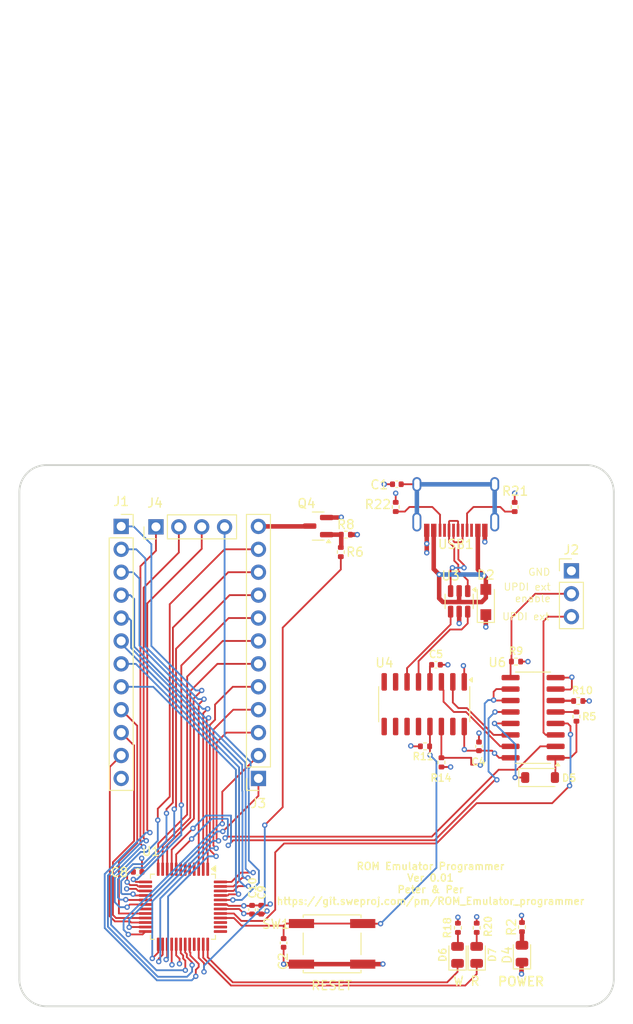
<source format=kicad_pcb>
(kicad_pcb
	(version 20240108)
	(generator "pcbnew")
	(generator_version "8.0")
	(general
		(thickness 1.6)
		(legacy_teardrops no)
	)
	(paper "A4")
	(title_block
		(title "ROM Emulator Programmer")
		(date "2024-10-07")
		(rev "0.01")
		(company "Peter & Per")
	)
	(layers
		(0 "F.Cu" signal)
		(1 "In1.Cu" signal)
		(2 "In2.Cu" signal)
		(31 "B.Cu" signal)
		(32 "B.Adhes" user "B.Adhesive")
		(33 "F.Adhes" user "F.Adhesive")
		(34 "B.Paste" user)
		(35 "F.Paste" user)
		(36 "B.SilkS" user "B.Silkscreen")
		(37 "F.SilkS" user "F.Silkscreen")
		(38 "B.Mask" user)
		(39 "F.Mask" user)
		(40 "Dwgs.User" user "User.Drawings")
		(41 "Cmts.User" user "User.Comments")
		(42 "Eco1.User" user "User.Eco1")
		(43 "Eco2.User" user "User.Eco2")
		(44 "Edge.Cuts" user)
		(45 "Margin" user)
		(46 "B.CrtYd" user "B.Courtyard")
		(47 "F.CrtYd" user "F.Courtyard")
		(48 "B.Fab" user)
		(49 "F.Fab" user)
		(50 "User.1" user)
		(51 "User.2" user)
		(52 "User.3" user)
		(53 "User.4" user)
		(54 "User.5" user)
		(55 "User.6" user)
		(56 "User.7" user)
		(57 "User.8" user)
		(58 "User.9" user)
	)
	(setup
		(stackup
			(layer "F.SilkS"
				(type "Top Silk Screen")
			)
			(layer "F.Paste"
				(type "Top Solder Paste")
			)
			(layer "F.Mask"
				(type "Top Solder Mask")
				(thickness 0.01)
			)
			(layer "F.Cu"
				(type "copper")
				(thickness 0.035)
			)
			(layer "dielectric 1"
				(type "prepreg")
				(thickness 0.1)
				(material "FR4")
				(epsilon_r 4.5)
				(loss_tangent 0.02)
			)
			(layer "In1.Cu"
				(type "copper")
				(thickness 0.035)
			)
			(layer "dielectric 2"
				(type "core")
				(thickness 1.24)
				(material "FR4")
				(epsilon_r 4.5)
				(loss_tangent 0.02)
			)
			(layer "In2.Cu"
				(type "copper")
				(thickness 0.035)
			)
			(layer "dielectric 3"
				(type "prepreg")
				(thickness 0.1)
				(material "FR4")
				(epsilon_r 4.5)
				(loss_tangent 0.02)
			)
			(layer "B.Cu"
				(type "copper")
				(thickness 0.035)
			)
			(layer "B.Mask"
				(type "Bottom Solder Mask")
				(thickness 0.01)
			)
			(layer "B.Paste"
				(type "Bottom Solder Paste")
			)
			(layer "B.SilkS"
				(type "Bottom Silk Screen")
			)
			(copper_finish "None")
			(dielectric_constraints no)
		)
		(pad_to_mask_clearance 0)
		(allow_soldermask_bridges_in_footprints no)
		(pcbplotparams
			(layerselection 0x00010fc_ffffffff)
			(plot_on_all_layers_selection 0x0000000_00000000)
			(disableapertmacros no)
			(usegerberextensions no)
			(usegerberattributes yes)
			(usegerberadvancedattributes yes)
			(creategerberjobfile yes)
			(dashed_line_dash_ratio 12.000000)
			(dashed_line_gap_ratio 3.000000)
			(svgprecision 4)
			(plotframeref no)
			(viasonmask no)
			(mode 1)
			(useauxorigin no)
			(hpglpennumber 1)
			(hpglpenspeed 20)
			(hpglpendiameter 15.000000)
			(pdf_front_fp_property_popups yes)
			(pdf_back_fp_property_popups yes)
			(dxfpolygonmode yes)
			(dxfimperialunits yes)
			(dxfusepcbnewfont yes)
			(psnegative no)
			(psa4output no)
			(plotreference yes)
			(plotvalue yes)
			(plotfptext yes)
			(plotinvisibletext no)
			(sketchpadsonfab no)
			(subtractmaskfromsilk no)
			(outputformat 1)
			(mirror no)
			(drillshape 1)
			(scaleselection 1)
			(outputdirectory "")
		)
	)
	(net 0 "")
	(net 1 "GND")
	(net 2 "+5V")
	(net 3 "/RX0")
	(net 4 "/RX_D11")
	(net 5 "/UPDI")
	(net 6 "/D1")
	(net 7 "/A8")
	(net 8 "/A0")
	(net 9 "/D0")
	(net 10 "/A6")
	(net 11 "/D3")
	(net 12 "/A1")
	(net 13 "/A5")
	(net 14 "/A11")
	(net 15 "/A3")
	(net 16 "unconnected-(U1-PE03-Pad33)")
	(net 17 "/A10")
	(net 18 "/A7")
	(net 19 "/A9")
	(net 20 "unconnected-(U1-PC07-Pad19)")
	(net 21 "/D4")
	(net 22 "unconnected-(U1-PF05-Pad39)")
	(net 23 "/D2")
	(net 24 "/A2")
	(net 25 "Net-(J2-Pin_2)")
	(net 26 "/D6")
	(net 27 "/USB_N")
	(net 28 "Net-(USB1-CC1)")
	(net 29 "Net-(USB1-CC2)")
	(net 30 "/VUSB")
	(net 31 "Net-(USB1-DP1)")
	(net 32 "Net-(USB1-DN1)")
	(net 33 "unconnected-(USB1-SBU2-Pad3)")
	(net 34 "unconnected-(USB1-SBU1-Pad9)")
	(net 35 "/A12")
	(net 36 "/A13")
	(net 37 "/D5")
	(net 38 "/D7")
	(net 39 "/A-1")
	(net 40 "/~{OE}")
	(net 41 "Net-(D6-A)")
	(net 42 "unconnected-(U1-PF04-Pad38)")
	(net 43 "/~{BYTE}")
	(net 44 "/~{WE}")
	(net 45 "unconnected-(U1-PF03-Pad37)")
	(net 46 "/R_LED")
	(net 47 "Net-(D4-A)")
	(net 48 "/USB_P")
	(net 49 "/A4")
	(net 50 "Net-(Q4-G)")
	(net 51 "/~{VCC_EN}")
	(net 52 "/VCC_EN")
	(net 53 "unconnected-(U1-PB03-Pad7)")
	(net 54 "unconnected-(U1-PB00-Pad4)")
	(net 55 "unconnected-(U1-PB01-Pad5)")
	(net 56 "unconnected-(U1-PB02-Pad6)")
	(net 57 "Net-(D5-K)")
	(net 58 "Net-(D5-A)")
	(net 59 "Net-(U6-3Y0)")
	(net 60 "/~{DTR}")
	(net 61 "/~{RTS}")
	(net 62 "unconnected-(U4-~{DSR}-Pad10)")
	(net 63 "/TXD")
	(net 64 "/RXD")
	(net 65 "Net-(U6-~{ENABLE})")
	(net 66 "Net-(J2-Pin_3)")
	(net 67 "Net-(USB1-SHIELD)")
	(net 68 "/W_LED")
	(net 69 "Net-(D7-A)")
	(net 70 "unconnected-(U4-~{DCD}-Pad12)")
	(net 71 "unconnected-(U4-NC-Pad7)")
	(net 72 "unconnected-(U4-~{RI}-Pad11)")
	(net 73 "unconnected-(U4-NC-Pad8)")
	(net 74 "unconnected-(U4-R232-Pad15)")
	(net 75 "unconnected-(U4-~{CTS}-Pad9)")
	(net 76 "Net-(U4-V3)")
	(footprint "Connector_PinSocket_2.54mm:PinSocket_1x12_P2.54mm_Vertical" (layer "F.Cu") (at 50.546 62.738 180))
	(footprint "MountingHole:MountingHole_3mm" (layer "F.Cu") (at 87 31))
	(footprint "Connector_PinSocket_2.54mm:PinSocket_1x12_P2.54mm_Vertical" (layer "F.Cu") (at 35.306 34.798))
	(footprint "Resistor_SMD:R_0402_1005Metric" (layer "F.Cu") (at 70.866 60.96 90))
	(footprint "Diode_SMD:Nexperia_CFP3_SOD-123W" (layer "F.Cu") (at 75.7936 43.182 90))
	(footprint "Package_TO_SOT_SMD:SOT-23" (layer "F.Cu") (at 57.1777 34.7624 180))
	(footprint "MountingHole:MountingHole_3mm" (layer "F.Cu") (at 27 85))
	(footprint "ROM_Emulator_programmer:SW_Push_1P1T_NO_CK_K2-1102SP-C4SC-04" (layer "F.Cu") (at 58.7248 81.0768 180))
	(footprint "Resistor_SMD:R_0402_1005Metric" (layer "F.Cu") (at 72.6948 79.2968 90))
	(footprint "Resistor_SMD:R_0402_1005Metric" (layer "F.Cu") (at 65.786 32.642 -90))
	(footprint "Resistor_SMD:R_0402_1005Metric" (layer "F.Cu") (at 79.8068 79.2223 90))
	(footprint "Capacitor_SMD:C_0402_1005Metric" (layer "F.Cu") (at 49.8348 77.2948 -90))
	(footprint "Package_SO:SOIC-16_3.9x9.9mm_P1.27mm" (layer "F.Cu") (at 68.9522 54.5084 -90))
	(footprint "LED_SMD:LED_0805_2012Metric" (layer "F.Cu") (at 79.8068 82.1713 90))
	(footprint "Capacitor_SMD:C_0402_1005Metric" (layer "F.Cu") (at 70.2564 50.1396))
	(footprint "Resistor_SMD:R_0402_1005Metric" (layer "F.Cu") (at 79.1464 49.784))
	(footprint "ROM_Emulator_programmer:HRO-TYPE-C-31-M-12" (layer "F.Cu") (at 72.458 27.532 180))
	(footprint "MountingHole:MountingHole_3mm" (layer "F.Cu") (at 27 31))
	(footprint "Connector_PinHeader_2.54mm:PinHeader_1x04_P2.54mm_Vertical" (layer "F.Cu") (at 39.1668 34.8488 90))
	(footprint "Package_QFP:TQFP-48_7x7mm_P0.5mm" (layer "F.Cu") (at 42.164 76.962 -90))
	(footprint "Diode_SMD:D_SOD-123" (layer "F.Cu") (at 81.8144 62.6364))
	(footprint "LED_SMD:LED_0805_2012Metric" (layer "F.Cu") (at 74.7776 82.3004 90))
	(footprint "MountingHole:MountingHole_3mm" (layer "F.Cu") (at 87 85))
	(footprint "LED_SMD:LED_0805_2012Metric" (layer "F.Cu") (at 72.6522 82.3004 90))
	(footprint "Capacitor_SMD:C_0402_1005Metric" (layer "F.Cu") (at 65.9104 30.1244 180))
	(footprint "Package_SO:SOP-16_3.9x9.9mm_P1.27mm" (layer "F.Cu") (at 81.0402 56.007 180))
	(footprint "Resistor_SMD:R_0402_1005Metric" (layer "F.Cu") (at 74.7776 79.2968 90))
	(footprint "Capacitor_SMD:C_0402_1005Metric" (layer "F.Cu") (at 50.8508 77.2896 -90))
	(footprint "Connector_PinHeader_2.54mm:PinHeader_1x03_P2.54mm_Vertical" (layer "F.Cu") (at 85.2932 39.7256))
	(footprint "Resistor_SMD:R_0402_1005Metric" (layer "F.Cu") (at 59.69 37.6428 -90))
	(footprint "Resistor_SMD:R_0402_1005Metric" (layer "F.Cu") (at 85.852 55.88 90))
	(footprint "Resistor_SMD:R_0402_1005Metric" (layer "F.Cu") (at 60.2488 35.7124))
	(footprint "Capacitor_SMD:C_0402_1005Metric" (layer "F.Cu") (at 75.0316 59.182 90))
	(footprint "Capacitor_SMD:C_0402_1005Metric"
		(layer "F.Cu")
		(uuid "cecdb5a8-857c-470c-9b6b-c5d8ae446c00")
		(at 53.34 80.9752 -90)
		(descr "Capacitor SMD 0402 (1005 Metric), square (rectangular) end terminal, IPC_7351 nominal, (Body size source: IPC-SM-782 page 76, https://www.pcb-3d.com/wordpress/wp-content/uploads/ipc-sm-782a_amendment_1_and_2.pdf), generated with kicad-footprint-generator")
		(tags "capacitor")
		(property "Reference" "C2"
			(at 2.032 0.0508 90)
			(layer "F.SilkS")
			(uuid "23f27dff-81ac-4a15-8b85-00e815242442")
			(effects
				(font
					(size 1 1)
					(thickness 0.15)
				)
			)
		)
		(property "Value" "100nF"
			(at 0 1.16 90)
			(layer "F.Fab")
			(uuid "44e86543-1ef6-4a27-b0b5-8e02c344b29c")
			(effects
				(font
					(size 1 1)
					(thickness 0.15)
				)
			)
		)
		(property "Footprint" "Capacitor_SMD:C_0402_1005Metric"
			(at 0 0 -90)
			(unlocked yes)
			(layer "F.Fab")
			(hide yes)
			(uuid "2008e93d-462c-41cb-b79d-eaa1fada4c29")
			(effects
				(font
					(size 1.27 1.27)
					(thickness 0.15)
				)
			)
		)
		(property "Datasheet" ""
			(at 0 0 -90)
			(unlocked yes)
			(layer "F.Fab")
			(hide yes)
			(uuid "40499eb8-db0e-413f-9e4a-e3ef945cc17b")
			(effects
				(font
					(size 1.27 1.27)
					(thickness 0.15)
				)
			)
		)
		(property "Description" "Unpolarized capacitor, small symbol"
			(at 0 0 -90)
			(unlocked yes)
			(layer "F.Fab")
			(hide yes)
			(uuid "77a259a1-6094-41bc-a7a4-20f003fb2c66")
			(effects
				(font
					(size 1.27 1.27)
					(thickness 0.15)
				)
			)
		)
		(property "VOLTAGE" ""
			(at 0 0 -90)
			(unlocked yes)
			(layer "F.Fab")
			(hide yes)
			(uuid "6313d1fe-82b2-495f-a614-464186d2a05f")
			(effects
				(font
					(size 1 1)
					(thickness 0.15)
				)
			)
		)
		(property "LCSC" "C1525"
			(at 0 0 -90)
			(unlocked yes)
			(layer "F.Fab")
			(hide yes)
			(uuid "727efd38-8858-4732-871b-748fde7b474e")
			(effects
				(font
					(size 1 1)
					(thickness 0.15)
				)
			)
		)
		(property ki_fp_filters "C_*")
		(path "/118883f4-33ca-4069-8926-2ba6f61a4407")
		(sheetname "Root")
		(sheetfile "ROM_Emulator_programmer.kicad_sch")
		(attr smd)
		(fp_line
			(start -0.107836 0.36)
			(end 0.107836 0.36)
			(stroke
				(width 0.12)
				(type solid)
			)
			(layer "F.SilkS")
			(uuid "8e05ddfe-e08b-4290-935f-68c4a32
... [374196 chars truncated]
</source>
